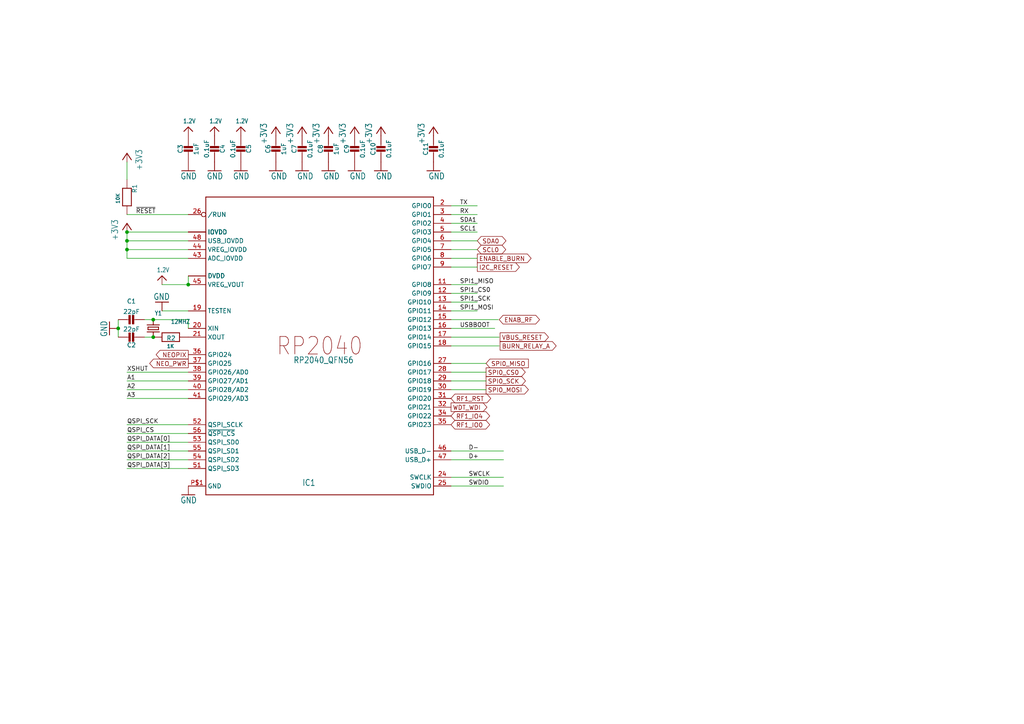
<source format=kicad_sch>
(kicad_sch (version 20230121) (generator eeschema)
  (paper "A4")
  (lib_symbols
    (symbol "Adafruit ItsyBitsy RP2040-eagle-import:+3V3" (power)
      (property "Value" "+3V3" (at -2.54 -5.08 90))
      (symbol "+3V3_1_0"
        (polyline (pts (xy 0 0) (xy -1.27 -1.905)) (stroke (width 0.254)))
        (polyline (pts (xy 1.27 -1.905) (xy 0 0)) (stroke (width 0.254)))
        (pin power_in line (at 0 -2.54 90) (length 2.54) (name "+3V3") (number "1"))
      )
    )
    (symbol "Adafruit ItsyBitsy RP2040-eagle-import:1.2V" (power)
      (property "Value" "1.2V" (at -1.524 1.016 0))
      (symbol "1.2V_1_0"
        (polyline (pts (xy -1.27 -1.27) (xy 0 0)) (stroke (width 0.254)))
        (polyline (pts (xy 0 0) (xy 1.27 -1.27)) (stroke (width 0.254)))
        (pin power_in line (at 0 -2.54 90) (length 2.54) (name "1.2V") (number "1"))
      )
    )
    (symbol "Adafruit ItsyBitsy RP2040-eagle-import:CAP_CERAMIC_0402NO"
      (property "Reference" "C" (at -2.29 1.25 90))
      (property "Value" "CAP_CERAMIC_0402NO" (at 2.3 1.25 90))
      (symbol "CAP_CERAMIC_0402NO_1_0"
        (rectangle (start -1.27 0.508) (end 1.27 1.016) (fill (type outline)))
        (rectangle (start -1.27 1.524) (end 1.27 2.032) (fill (type outline)))
        (polyline (pts (xy 0 0.762) (xy 0 0)) (stroke (width 0.1524)))
        (polyline (pts (xy 0 2.54) (xy 0 1.778)) (stroke (width 0.1524)))
        (pin passive line (at 0 5.08 270) (length 2.54) (name "1") (number "1"))
        (pin passive line (at 0 -2.54 90) (length 2.54) (name "2") (number "2"))
      )
    )
    (symbol "Adafruit ItsyBitsy RP2040-eagle-import:CAP_CERAMIC_0603MP"
      (property "Reference" "C" (at -2.29 1.25 90))
      (property "Value" "CAP_CERAMIC_0603MP" (at 2.3 1.25 90))
      (symbol "CAP_CERAMIC_0603MP_1_0"
        (rectangle (start -1.27 0.508) (end 1.27 1.016) (fill (type outline)))
        (rectangle (start -1.27 1.524) (end 1.27 2.032) (fill (type outline)))
        (polyline (pts (xy 0 0.762) (xy 0 0)) (stroke (width 0.1524)))
        (polyline (pts (xy 0 2.54) (xy 0 1.778)) (stroke (width 0.1524)))
        (pin passive line (at 0 5.08 270) (length 2.54) (name "1") (number "1"))
        (pin passive line (at 0 -2.54 90) (length 2.54) (name "2") (number "2"))
      )
    )
    (symbol "Adafruit ItsyBitsy RP2040-eagle-import:CRYSTAL2.5X2.0"
      (property "Reference" "Y" (at -2.54 2.54 0))
      (property "Value" "CRYSTAL2.5X2.0" (at -2.54 -3.81 0))
      (symbol "CRYSTAL2.5X2.0_1_0"
        (polyline (pts (xy -2.54 0) (xy -1.016 0)) (stroke (width 0.254)))
        (polyline (pts (xy -1.016 0) (xy -1.016 -1.778)) (stroke (width 0.254)))
        (polyline (pts (xy -1.016 1.778) (xy -1.016 0)) (stroke (width 0.254)))
        (polyline (pts (xy -0.381 -1.524) (xy 0.381 -1.524)) (stroke (width 0.254)))
        (polyline (pts (xy -0.381 1.524) (xy -0.381 -1.524)) (stroke (width 0.254)))
        (polyline (pts (xy 0.381 -1.524) (xy 0.381 1.524)) (stroke (width 0.254)))
        (polyline (pts (xy 0.381 1.524) (xy -0.381 1.524)) (stroke (width 0.254)))
        (polyline (pts (xy 1.016 0) (xy 1.016 -1.778)) (stroke (width 0.254)))
        (polyline (pts (xy 1.016 1.778) (xy 1.016 0)) (stroke (width 0.254)))
        (polyline (pts (xy 2.54 0) (xy 1.016 0)) (stroke (width 0.254)))
        (pin passive line (at -2.54 0 0) (length 0) (name "1") (number "1"))
        (pin passive line (at 2.54 0 180) (length 0) (name "2") (number "3"))
      )
    )
    (symbol "Adafruit ItsyBitsy RP2040-eagle-import:GND" (power)
      (property "Value" "GND" (at -2.54 -2.54 0))
      (symbol "GND_1_0"
        (polyline (pts (xy -1.905 0) (xy 1.905 0)) (stroke (width 0.254)))
        (pin power_in line (at 0 2.54 270) (length 2.54) (name "GND") (number "1"))
      )
    )
    (symbol "Adafruit ItsyBitsy RP2040-eagle-import:RESISTOR_0402NO"
      (property "Reference" "R" (at 0 2.54 0))
      (property "Value" "RESISTOR_0402NO" (at 0 0 0))
      (symbol "RESISTOR_0402NO_1_0"
        (polyline (pts (xy -2.54 -1.27) (xy -2.54 1.27)) (stroke (width 0.254)))
        (polyline (pts (xy -2.54 1.27) (xy 2.54 1.27)) (stroke (width 0.254)))
        (polyline (pts (xy 2.54 -1.27) (xy -2.54 -1.27)) (stroke (width 0.254)))
        (polyline (pts (xy 2.54 1.27) (xy 2.54 -1.27)) (stroke (width 0.254)))
        (pin passive line (at -5.08 0 0) (length 2.54) (name "1") (number "1"))
        (pin passive line (at 5.08 0 180) (length 2.54) (name "2") (number "2"))
      )
    )
    (symbol "Adafruit ItsyBitsy RP2040-eagle-import:RP2040_QFN56"
      (property "Reference" "IC" (at -5.08 -40.64 0))
      (property "Value" "RP2040_QFN56" (at -27.94 45.72 0))
      (symbol "RP2040_QFN56_1_0"
        (polyline (pts (xy -33.02 -43.18) (xy -33.02 43.18)) (stroke (width 0.254)))
        (polyline (pts (xy -33.02 43.18) (xy 33.02 43.18)) (stroke (width 0.254)))
        (polyline (pts (xy 33.02 -43.18) (xy -33.02 -43.18)) (stroke (width 0.254)))
        (polyline (pts (xy 33.02 43.18) (xy 33.02 -43.18)) (stroke (width 0.254)))
        (text "RP2040" (at 0 0 0) (effects (font (size 5.08 4.318))))
        (pin power_in line (at -38.1 33.02 0) (length 5.08) (name "IOVDD") (number "1"))
        (pin power_in line (at -38.1 33.02 0) (length 5.08) (name "IOVDD") (number "10"))
        (pin bidirectional line (at 38.1 17.78 180) (length 5.08) (name "GPIO8") (number "11"))
        (pin bidirectional line (at 38.1 15.24 180) (length 5.08) (name "GPIO9") (number "12"))
        (pin bidirectional line (at 38.1 12.7 180) (length 5.08) (name "GPIO10") (number "13"))
        (pin bidirectional line (at 38.1 10.16 180) (length 5.08) (name "GPIO11") (number "14"))
        (pin bidirectional line (at 38.1 7.62 180) (length 5.08) (name "GPIO12") (number "15"))
        (pin bidirectional line (at 38.1 5.08 180) (length 5.08) (name "GPIO13") (number "16"))
        (pin bidirectional line (at 38.1 2.54 180) (length 5.08) (name "GPIO14") (number "17"))
        (pin bidirectional line (at 38.1 0 180) (length 5.08) (name "GPIO15") (number "18"))
        (pin input line (at -38.1 10.16 0) (length 5.08) (name "TESTEN") (number "19"))
        (pin bidirectional line (at 38.1 40.64 180) (length 5.08) (name "GPIO0") (number "2"))
        (pin input line (at -38.1 5.08 0) (length 5.08) (name "XIN") (number "20"))
        (pin output line (at -38.1 2.54 0) (length 5.08) (name "XOUT") (number "21"))
        (pin power_in line (at -38.1 33.02 0) (length 5.08) (name "IOVDD") (number "22"))
        (pin power_in line (at -38.1 20.32 0) (length 5.08) (name "DVDD") (number "23"))
        (pin bidirectional line (at 38.1 -38.1 180) (length 5.08) (name "SWCLK") (number "24"))
        (pin bidirectional line (at 38.1 -40.64 180) (length 5.08) (name "SWDIO") (number "25"))
        (pin bidirectional inverted (at -38.1 38.1 0) (length 5.08) (name "/RUN") (number "26"))
        (pin bidirectional line (at 38.1 -5.08 180) (length 5.08) (name "GPIO16") (number "27"))
        (pin bidirectional line (at 38.1 -7.62 180) (length 5.08) (name "GPIO17") (number "28"))
        (pin bidirectional line (at 38.1 -10.16 180) (length 5.08) (name "GPIO18") (number "29"))
        (pin bidirectional line (at 38.1 38.1 180) (length 5.08) (name "GPIO1") (number "3"))
        (pin bidirectional line (at 38.1 -12.7 180) (length 5.08) (name "GPIO19") (number "30"))
        (pin bidirectional line (at 38.1 -15.24 180) (length 5.08) (name "GPIO20") (number "31"))
        (pin bidirectional line (at 38.1 -17.78 180) (length 5.08) (name "GPIO21") (number "32"))
        (pin power_in line (at -38.1 33.02 0) (length 5.08) (name "IOVDD") (number "33"))
        (pin bidirectional line (at 38.1 -20.32 180) (length 5.08) (name "GPIO22") (number "34"))
        (pin bidirectional line (at 38.1 -22.86 180) (length 5.08) (name "GPIO23") (number "35"))
        (pin bidirectional line (at -38.1 -2.54 0) (length 5.08) (name "GPIO24") (number "36"))
        (pin bidirectional line (at -38.1 -5.08 0) (length 5.08) (name "GPIO25") (number "37"))
        (pin bidirectional line (at -38.1 -7.62 0) (length 5.08) (name "GPIO26/AD0") (number "38"))
        (pin bidirectional line (at -38.1 -10.16 0) (length 5.08) (name "GPIO27/AD1") (number "39"))
        (pin bidirectional line (at 38.1 35.56 180) (length 5.08) (name "GPIO2") (number "4"))
        (pin bidirectional line (at -38.1 -12.7 0) (length 5.08) (name "GPIO28/AD2") (number "40"))
        (pin bidirectional line (at -38.1 -15.24 0) (length 5.08) (name "GPIO29/AD3") (number "41"))
        (pin power_in line (at -38.1 33.02 0) (length 5.08) (name "IOVDD") (number "42"))
        (pin power_in line (at -38.1 25.4 0) (length 5.08) (name "ADC_IOVDD") (number "43"))
        (pin power_in line (at -38.1 27.94 0) (length 5.08) (name "VREG_IOVDD") (number "44"))
        (pin power_in line (at -38.1 17.78 0) (length 5.08) (name "VREG_VOUT") (number "45"))
        (pin bidirectional line (at 38.1 -30.48 180) (length 5.08) (name "USB_D-") (number "46"))
        (pin bidirectional line (at 38.1 -33.02 180) (length 5.08) (name "USB_D+") (number "47"))
        (pin power_in line (at -38.1 30.48 0) (length 5.08) (name "USB_IOVDD") (number "48"))
        (pin power_in line (at -38.1 33.02 0) (length 5.08) (name "IOVDD") (number "49"))
        (pin bidirectional line (at 38.1 33.02 180) (length 5.08) (name "GPIO3") (number "5"))
        (pin power_in line (at -38.1 20.32 0) (length 5.08) (name "DVDD") (number "50"))
        (pin bidirectional line (at -38.1 -35.56 0) (length 5.08) (name "QSPI_SD3") (number "51"))
        (pin bidirectional line (at -38.1 -22.86 0) (length 5.08) (name "QSPI_SCLK") (number "52"))
        (pin bidirectional line (at -38.1 -27.94 0) (length 5.08) (name "QSPI_SD0") (number "53"))
        (pin bidirectional line (at -38.1 -33.02 0) (length 5.08) (name "QSPI_SD2") (number "54"))
        (pin bidirectional line (at -38.1 -30.48 0) (length 5.08) (name "QSPI_SD1") (number "55"))
        (pin bidirectional line (at -38.1 -25.4 0) (length 5.08) (name "~{QSPI_CS}") (number "56"))
        (pin bidirectional line (at 38.1 30.48 180) (length 5.08) (name "GPIO4") (number "6"))
        (pin bidirectional line (at 38.1 27.94 180) (length 5.08) (name "GPIO5") (number "7"))
        (pin bidirectional line (at 38.1 25.4 180) (length 5.08) (name "GPIO6") (number "8"))
        (pin bidirectional line (at 38.1 22.86 180) (length 5.08) (name "GPIO7") (number "9"))
        (pin power_in line (at -38.1 -40.64 0) (length 5.08) (name "GND") (number "P$1"))
      )
    )
  )
  (junction (at 44.45 92.71))
  (junction (at 34.29 95.25))
  (junction (at 44.45 97.79))
  (junction (at 54.61 82.55))
  (junction (at 36.83 72.39))
  (junction (at 36.83 67.31))
  (junction (at 36.83 69.85))
  (wire (pts (xy 130.81 133.35) (xy 146.05 133.35)))
  (wire (pts (xy 146.05 138.43) (xy 130.81 138.43)))
  (wire (pts (xy 54.61 107.95) (xy 36.83 107.95)))
  (wire (pts (xy 54.61 92.71) (xy 54.61 95.25)))
  (wire (pts (xy 130.81 72.39) (xy 138.43 72.39)))
  (wire (pts (xy 130.81 100.33) (xy 144.78 100.33)))
  (wire (pts (xy 34.29 97.79) (xy 34.29 95.25)))
  (wire (pts (xy 130.81 140.97) (xy 146.05 140.97)))
  (wire (pts (xy 130.81 97.79) (xy 144.78 97.79)))
  (wire (pts (xy 130.81 77.47) (xy 138.43 77.47)))
  (wire (pts (xy 130.81 82.55) (xy 138.43 82.55)))
  (wire (pts (xy 130.81 85.09) (xy 138.43 85.09)))
  (wire (pts (xy 36.83 69.85) (xy 36.83 67.31)))
  (wire (pts (xy 36.83 130.81) (xy 54.61 130.81)))
  (wire (pts (xy 130.81 110.49) (xy 140.97 110.49)))
  (wire (pts (xy 130.81 90.17) (xy 138.43 90.17)))
  (wire (pts (xy 130.81 69.85) (xy 138.43 69.85)))
  (wire (pts (xy 54.61 67.31) (xy 36.83 67.31)))
  (wire (pts (xy 54.61 90.17) (xy 46.99 90.17)))
  (wire (pts (xy 144.526 92.71) (xy 130.81 92.71)))
  (wire (pts (xy 138.43 62.23) (xy 130.81 62.23)))
  (wire (pts (xy 36.83 133.35) (xy 54.61 133.35)))
  (wire (pts (xy 130.81 95.25) (xy 143.51 95.25)))
  (wire (pts (xy 36.83 72.39) (xy 36.83 69.85)))
  (wire (pts (xy 54.61 72.39) (xy 36.83 72.39)))
  (wire (pts (xy 130.81 67.31) (xy 138.43 67.31)))
  (wire (pts (xy 54.61 125.73) (xy 36.83 125.73)))
  (wire (pts (xy 54.61 113.03) (xy 36.83 113.03)))
  (wire (pts (xy 130.81 87.63) (xy 138.43 87.63)))
  (wire (pts (xy 130.81 113.03) (xy 140.97 113.03)))
  (wire (pts (xy 130.81 105.41) (xy 140.97 105.41)))
  (wire (pts (xy 44.45 92.71) (xy 54.61 92.71)))
  (wire (pts (xy 130.81 59.69) (xy 138.43 59.69)))
  (wire (pts (xy 46.99 82.55) (xy 54.61 82.55)))
  (wire (pts (xy 130.81 107.95) (xy 140.97 107.95)))
  (wire (pts (xy 130.81 130.81) (xy 146.05 130.81)))
  (wire (pts (xy 54.61 123.19) (xy 36.83 123.19)))
  (wire (pts (xy 36.83 46.99) (xy 36.83 52.07)))
  (wire (pts (xy 130.81 74.93) (xy 138.43 74.93)))
  (wire (pts (xy 54.61 69.85) (xy 36.83 69.85)))
  (wire (pts (xy 130.81 64.77) (xy 138.43 64.77)))
  (wire (pts (xy 54.61 62.23) (xy 36.83 62.23)))
  (wire (pts (xy 41.91 97.79) (xy 44.45 97.79)))
  (wire (pts (xy 34.29 95.25) (xy 34.29 92.71)))
  (wire (pts (xy 36.83 110.49) (xy 54.61 110.49)))
  (wire (pts (xy 44.45 92.71) (xy 41.91 92.71)))
  (wire (pts (xy 36.83 128.27) (xy 54.61 128.27)))
  (wire (pts (xy 36.83 135.89) (xy 54.61 135.89)))
  (wire (pts (xy 54.61 80.01) (xy 54.61 82.55)))
  (wire (pts (xy 36.83 115.57) (xy 54.61 115.57)))
  (wire (pts (xy 54.61 74.93) (xy 36.83 74.93)))
  (wire (pts (xy 36.83 74.93) (xy 36.83 72.39)))
  (label "A3" (at 36.83 115.57 0) (effects (font (size 1.2446 1.2446))))
  (label "USBBOOT" (at 133.35 95.25 0) (effects (font (size 1.2446 1.2446))))
  (label "QSPI_SCK" (at 36.83 123.19 0) (effects (font (size 1.2446 1.2446))))
  (label "SWDIO" (at 135.89 140.97 0) (effects (font (size 1.2446 1.2446))))
  (label "A1" (at 36.83 110.49 0) (effects (font (size 1.2446 1.2446))))
  (label "A2" (at 36.83 113.03 0) (effects (font (size 1.2446 1.2446))))
  (label "D-" (at 135.89 130.81 0) (effects (font (size 1.2446 1.2446))))
  (label "QSPI_DATA[2]" (at 36.83 133.35 0) (effects (font (size 1.2446 1.2446))))
  (label "SWCLK" (at 135.89 138.43 0) (effects (font (size 1.2446 1.2446))))
  (label "QSPI_CS" (at 36.83 125.73 0) (effects (font (size 1.2446 1.2446))))
  (label "QSPI_DATA[1]" (at 36.83 130.81 0) (effects (font (size 1.2446 1.2446))))
  (label "SPI1_CS0" (at 133.35 85.09 0) (effects (font (size 1.2446 1.2446))))
  (label "SCL1" (at 133.35 67.31 0) (effects (font (size 1.2446 1.2446))))
  (label "D+" (at 135.89 133.35 0) (effects (font (size 1.2446 1.2446))))
  (label "SPI1_MOSI" (at 133.35 90.17 0) (effects (font (size 1.2446 1.2446))))
  (label "TX" (at 133.35 59.69 0) (effects (font (size 1.2446 1.2446))))
  (label "SDA1" (at 133.35 64.77 0) (effects (font (size 1.2446 1.2446))))
  (label "SPI1_SCK" (at 133.35 87.63 0) (effects (font (size 1.2446 1.2446))))
  (label "QSPI_DATA[0]" (at 36.83 128.27 0) (effects (font (size 1.2446 1.2446))))
  (label "QSPI_DATA[3]" (at 36.83 135.89 0) (effects (font (size 1.2446 1.2446))))
  (label "RX" (at 133.35 62.23 0) (effects (font (size 1.2446 1.2446))))
  (label "SPI1_MISO" (at 133.35 82.55 0) (effects (font (size 1.2446 1.2446))))
  (label "XSHUT" (at 36.83 107.95 0) (effects (font (size 1.2446 1.2446))))
  (label "~{RESET}" (at 39.37 62.23 0) (effects (font (size 1.2446 1.2446))))
  (global_label "ENABLE_BURN" (shape output) (at 138.43 74.93 0) (property "Intersheetrefs" "${INTERSHEET_REFS}" (effects hide)))
  (global_label "RF1_RST" (shape bidirectional) (at 130.81 115.57 0) (property "Intersheetrefs" "${INTERSHEET_REFS}" (effects hide)))
  (global_label "NEO_PWR" (shape output) (at 54.61 105.41 180) (property "Intersheetrefs" "${INTERSHEET_REFS}" (effects hide)))
  (global_label "SPI0_MISO" (shape input) (at 140.97 105.41 0) (property "Intersheetrefs" "${INTERSHEET_REFS}" (effects hide)))
  (global_label "SDA0" (shape bidirectional) (at 138.43 69.85 0) (property "Intersheetrefs" "${INTERSHEET_REFS}" (effects hide)))
  (global_label "I2C_RESET" (shape output) (at 138.43 77.47 0) (property "Intersheetrefs" "${INTERSHEET_REFS}" (effects hide)))
  (global_label "SPI0_MOSI" (shape output) (at 140.97 113.03 0) (property "Intersheetrefs" "${INTERSHEET_REFS}" (effects hide)))
  (global_label "BURN_RELAY_A" (shape output) (at 145.034 100.33 0) (property "Intersheetrefs" "${INTERSHEET_REFS}" (effects hide)))
  (global_label "RF1_IO4" (shape bidirectional) (at 130.81 120.65 0) (property "Intersheetrefs" "${INTERSHEET_REFS}" (effects hide)))
  (global_label "NEOPIX" (shape output) (at 54.61 102.87 180) (property "Intersheetrefs" "${INTERSHEET_REFS}" (effects hide)))
  (global_label "ENAB_RF" (shape bidirectional) (at 144.78 92.71 0) (property "Intersheetrefs" "${INTERSHEET_REFS}" (effects hide)))
  (global_label "WDT_WDI" (shape output) (at 130.81 118.11 0) (property "Intersheetrefs" "${INTERSHEET_REFS}" (effects hide)))
  (global_label "SPI0_SCK" (shape output) (at 140.97 110.49 0) (property "Intersheetrefs" "${INTERSHEET_REFS}" (effects hide)))
  (global_label "VBUS_RESET" (shape output) (at 145.034 97.79 0) (property "Intersheetrefs" "${INTERSHEET_REFS}" (effects hide)))
  (global_label "SCL0" (shape bidirectional) (at 138.43 72.39 0) (property "Intersheetrefs" "${INTERSHEET_REFS}" (effects hide)))
  (global_label "RF1_IO0" (shape bidirectional) (at 130.81 123.19 0) (property "Intersheetrefs" "${INTERSHEET_REFS}" (effects hide)))
  (global_label "SPI0_CS0" (shape output) (at 140.97 107.95 0) (property "Intersheetrefs" "${INTERSHEET_REFS}" (effects hide)))
  (symbol (lib_id "Adafruit ItsyBitsy RP2040-eagle-import:GND") (at 102.87 49.53 0) (unit 1)
    (property "Reference" "#U$08" (effects hide))
    (property "Value" "GND" (at 101.346 52.07 0) (effects (font (size 1.778 1.5113)) (justify left bottom)))
    (property "Footprint" "Adafruit ItsyBitsy RP2040:" (effects hide))
  )
  (symbol (lib_id "Adafruit ItsyBitsy RP2040-eagle-import:1.2V") (at 54.61 36.83 0) (unit 1)
    (property "Reference" "#U$02" (effects hide))
    (property "Value" "1.2V" (at 53.086 35.814 0) (effects (font (size 1.27 1.0795)) (justify left bottom)))
    (property "Footprint" "Adafruit ItsyBitsy RP2040:" (effects hide))
  )
  (symbol (lib_id "Adafruit ItsyBitsy RP2040-eagle-import:GND") (at 80.01 49.53 0) (unit 1)
    (property "Reference" "#U$05" (effects hide))
    (property "Value" "GND" (at 78.486 52.07 0) (effects (font (size 1.778 1.5113)) (justify left bottom)))
    (property "Footprint" "Adafruit ItsyBitsy RP2040:" (effects hide))
  )
  (symbol (lib_id "Adafruit ItsyBitsy RP2040-eagle-import:CAP_CERAMIC_0402NO") (at 125.73 44.45 0) (unit 1)
    (property "Reference" "C11" (at 123.44 43.2 90))
    (property "Value" "0.1uF" (at 128.03 43.2 90))
    (property "Footprint" "Capacitor_SMD:C_0402_1005Metric" (effects hide))
  )
  (symbol (lib_id "Adafruit ItsyBitsy RP2040-eagle-import:+3V3") (at 36.83 64.77 0) (unit 1)
    (property "Reference" "#+3V02" (effects hide))
    (property "Value" "+3V3" (at 34.29 69.85 90) (effects (font (size 1.778 1.5113)) (justify left bottom)))
    (property "Footprint" "Adafruit ItsyBitsy RP2040:" (effects hide))
  )
  (symbol (lib_id "Adafruit ItsyBitsy RP2040-eagle-import:+3V3") (at 95.25 36.83 0) (unit 1)
    (property "Reference" "#+3V05" (effects hide))
    (property "Value" "+3V3" (at 92.71 41.91 90) (effects (font (size 1.778 1.5113)) (justify left bottom)))
    (property "Footprint" "Adafruit ItsyBitsy RP2040:" (effects hide))
  )
  (symbol (lib_id "Adafruit ItsyBitsy RP2040-eagle-import:CAP_CERAMIC_0402NO") (at 39.37 92.71 90) (unit 1)
    (property "Reference" "C1" (at 38.12 87.38 90))
    (property "Value" "22pF" (at 38.12 90.41 90))
    (property "Footprint" "Capacitor_SMD:C_0402_1005Metric" (effects hide))
  )
  (symbol (lib_id "Adafruit ItsyBitsy RP2040-eagle-import:CAP_CERAMIC_0603MP") (at 95.25 44.45 0) (unit 1)
    (property "Reference" "C8" (at 92.96 43.2 90))
    (property "Value" "1uF" (at 97.55 43.2 90))
    (property "Footprint" "Capacitor_SMD:C_0603_1608Metric" (effects hide))
  )
  (symbol (lib_id "Adafruit ItsyBitsy RP2040-eagle-import:GND") (at 46.99 87.63 0) (mirror x) (unit 1)
    (property "Reference" "#GND02" (effects hide))
    (property "Value" "GND" (at 44.45 85.09 0) (effects (font (size 1.778 1.5113)) (justify left bottom)))
    (property "Footprint" "Adafruit ItsyBitsy RP2040:" (effects hide))
  )
  (symbol (lib_id "Adafruit ItsyBitsy RP2040-eagle-import:CAP_CERAMIC_0402NO") (at 39.37 97.79 90) (unit 1)
    (property "Reference" "C2" (at 38.12 100.08 90))
    (property "Value" "22pF" (at 38.12 95.49 90))
    (property "Footprint" "Capacitor_SMD:C_0402_1005Metric" (effects hide))
  )
  (symbol (lib_id "Adafruit ItsyBitsy RP2040-eagle-import:GND") (at 54.61 143.51 0) (mirror y) (unit 1)
    (property "Reference" "#GND04" (effects hide))
    (property "Value" "GND" (at 57.15 146.05 0) (effects (font (size 1.778 1.5113)) (justify left bottom)))
    (property "Footprint" "Adafruit ItsyBitsy RP2040:" (effects hide))
  )
  (symbol (lib_id "Adafruit ItsyBitsy RP2040-eagle-import:+3V3") (at 36.83 44.45 0) (mirror y) (unit 1)
    (property "Reference" "#+3V01" (effects hide))
    (property "Value" "+3V3" (at 39.37 49.53 90) (effects (font (size 1.778 1.5113)) (justify left bottom)))
    (property "Footprint" "Adafruit ItsyBitsy RP2040:" (effects hide))
  )
  (symbol (lib_id "Adafruit ItsyBitsy RP2040-eagle-import:GND") (at 69.85 49.53 0) (mirror y) (unit 1)
    (property "Reference" "#GND06" (effects hide))
    (property "Value" "GND" (at 72.39 52.07 0) (effects (font (size 1.778 1.5113)) (justify left bottom)))
    (property "Footprint" "Adafruit ItsyBitsy RP2040:" (effects hide))
  )
  (symbol (lib_id "Adafruit ItsyBitsy RP2040-eagle-import:RESISTOR_0402NO") (at 49.53 97.79 0) (unit 1)
    (property "Reference" "R2" (at 48.26 98.8314 0) (effects (justify left bottom)))
    (property "Value" "1K" (at 48.26 101.092 0) (effects (font (size 1.016 1.016) bold) (justify left bottom)))
    (property "Footprint" "Resistor_SMD:R_0402_1005Metric" (effects hide))
  )
  (symbol (lib_id "Adafruit ItsyBitsy RP2040-eagle-import:CAP_CERAMIC_0603MP") (at 54.61 44.45 0) (unit 1)
    (property "Reference" "C3" (at 52.32 43.2 90))
    (property "Value" "1uF" (at 56.91 43.2 90))
    (property "Footprint" "Capacitor_SMD:C_0603_1608Metric" (effects hide))
  )
  (symbol (lib_id "Adafruit ItsyBitsy RP2040-eagle-import:GND") (at 125.73 49.53 0) (unit 1)
    (property "Reference" "#U$010" (effects hide))
    (property "Value" "GND" (at 124.206 52.07 0) (effects (font (size 1.778 1.5113)) (justify left bottom)))
    (property "Footprint" "Adafruit ItsyBitsy RP2040:" (effects hide))
  )
  (symbol (lib_id "Adafruit ItsyBitsy RP2040-eagle-import:1.2V") (at 46.99 80.01 0) (unit 1)
    (property "Reference" "#U$01" (effects hide))
    (property "Value" "1.2V" (at 45.466 78.994 0) (effects (font (size 1.27 1.0795)) (justify left bottom)))
    (property "Footprint" "Adafruit ItsyBitsy RP2040:" (effects hide))
  )
  (symbol (lib_id "Adafruit ItsyBitsy RP2040-eagle-import:CAP_CERAMIC_0402NO") (at 102.87 44.45 0) (unit 1)
    (property "Reference" "C9" (at 100.58 43.2 90))
    (property "Value" "0.1uF" (at 105.17 43.2 90))
    (property "Footprint" "Capacitor_SMD:C_0402_1005Metric" (effects hide))
  )
  (symbol (lib_id "Adafruit ItsyBitsy RP2040-eagle-import:CAP_CERAMIC_0402NO") (at 69.85 41.91 180) (unit 1)
    (property "Reference" "C5" (at 72.14 43.16 90))
    (property "Value" "0.1uF" (at 67.55 43.16 90))
    (property "Footprint" "Capacitor_SMD:C_0402_1005Metric" (effects hide))
  )
  (symbol (lib_id "Adafruit ItsyBitsy RP2040-eagle-import:+3V3") (at 110.49 36.83 0) (unit 1)
    (property "Reference" "#+3V07" (effects hide))
    (property "Value" "+3V3" (at 107.95 41.91 90) (effects (font (size 1.778 1.5113)) (justify left bottom)))
    (property "Footprint" "Adafruit ItsyBitsy RP2040:" (effects hide))
  )
  (symbol (lib_id "Adafruit ItsyBitsy RP2040-eagle-import:GND") (at 31.75 95.25 270) (mirror x) (unit 1)
    (property "Reference" "#GND01" (effects hide))
    (property "Value" "GND" (at 29.21 97.79 0) (effects (font (size 1.778 1.5113)) (justify left bottom)))
    (property "Footprint" "Adafruit ItsyBitsy RP2040:" (effects hide))
  )
  (symbol (lib_id "Adafruit ItsyBitsy RP2040-eagle-import:+3V3") (at 80.01 36.83 0) (unit 1)
    (property "Reference" "#+3V03" (effects hide))
    (property "Value" "+3V3" (at 77.47 41.91 90) (effects (font (size 1.778 1.5113)) (justify left bottom)))
    (property "Footprint" "Adafruit ItsyBitsy RP2040:" (effects hide))
  )
  (symbol (lib_id "Adafruit ItsyBitsy RP2040-eagle-import:GND") (at 62.23 49.53 0) (mirror y) (unit 1)
    (property "Reference" "#GND05" (effects hide))
    (property "Value" "GND" (at 64.77 52.07 0) (effects (font (size 1.778 1.5113)) (justify left bottom)))
    (property "Footprint" "Adafruit ItsyBitsy RP2040:" (effects hide))
  )
  (symbol (lib_id "Adafruit ItsyBitsy RP2040-eagle-import:RP2040_QFN56") (at 92.71 100.33 0) (unit 1)
    (property "Reference" "IC1" (at 87.63 140.97 0) (effects (font (size 1.778 1.5113)) (justify left bottom)))
    (property "Value" "RP2040_QFN56" (at 85.09 105.41 0) (effects (font (size 1.778 1.5113)) (justify left bottom)))
    (property "Footprint" "RO2040_Feather:QFN56_7MM_REDUCEDEPAD" (effects hide))
  )
  (symbol (lib_id "Adafruit ItsyBitsy RP2040-eagle-import:CAP_CERAMIC_0402NO") (at 110.49 44.45 0) (unit 1)
    (property "Reference" "C10" (at 108.2 43.2 90))
    (property "Value" "0.1uF" (at 112.79 43.2 90))
    (property "Footprint" "Capacitor_SMD:C_0402_1005Metric" (effects hide))
  )
  (symbol (lib_id "Adafruit ItsyBitsy RP2040-eagle-import:+3V3") (at 87.63 36.83 0) (unit 1)
    (property "Reference" "#+3V04" (effects hide))
    (property "Value" "+3V3" (at 85.09 41.91 90) (effects (font (size 1.778 1.5113)) (justify left bottom)))
    (property "Footprint" "Adafruit ItsyBitsy RP2040:" (effects hide))
  )
  (symbol (lib_id "Adafruit ItsyBitsy RP2040-eagle-import:CAP_CERAMIC_0603MP") (at 80.01 44.45 0) (unit 1)
    (property "Reference" "C6" (at 77.72 43.2 90))
    (property "Value" "1uF" (at 82.31 43.2 90))
    (property "Footprint" "Capacitor_SMD:C_0603_1608Metric" (effects hide))
  )
  (symbol (lib_id "Adafruit ItsyBitsy RP2040-eagle-import:GND") (at 110.49 49.53 0) (unit 1)
    (property "Reference" "#U$09" (effects hide))
    (property "Value" "GND" (at 108.966 52.07 0) (effects (font (size 1.778 1.5113)) (justify left bottom)))
    (property "Footprint" "Adafruit ItsyBitsy RP2040:" (effects hide))
  )
  (symbol (lib_id "Adafruit ItsyBitsy RP2040-eagle-import:+3V3") (at 102.87 36.83 0) (unit 1)
    (property "Reference" "#+3V06" (effects hide))
    (property "Value" "+3V3" (at 100.33 41.91 90) (effects (font (size 1.778 1.5113)) (justify left bottom)))
    (property "Footprint" "Adafruit ItsyBitsy RP2040:" (effects hide))
  )
  (symbol (lib_id "Adafruit ItsyBitsy RP2040-eagle-import:RESISTOR_0402NO") (at 36.83 57.15 270) (unit 1)
    (property "Reference" "R1" (at 38.3286 53.34 0) (effects (justify left bottom)))
    (property "Value" "10K" (at 33.528 55.88 0) (effects (font (size 1.016 1.016) bold) (justify left bottom)))
    (property "Footprint" "Resistor_SMD:R_0402_1005Metric" (effects hide))
  )
  (symbol (lib_id "Adafruit ItsyBitsy RP2040-eagle-import:CRYSTAL2.5X2.0") (at 44.45 95.25 90) (unit 1)
    (property "Reference" "Y1" (at 46.99 90.17 90) (effects (font (size 1.27 1.0795)) (justify left bottom)))
    (property "Value" "12MHZ" (at 49.53 93.98 90) (effects (font (size 1.27 1.0795)) (justify right top)))
    (property "Footprint" "Adafruit ItsyBitsy RP2040:CRYSTAL_2.5X2" (effects hide))
  )
  (symbol (lib_id "Adafruit ItsyBitsy RP2040-eagle-import:+3V3") (at 125.73 36.83 0) (unit 1)
    (property "Reference" "#+3V08" (effects hide))
    (property "Value" "+3V3" (at 123.19 41.91 90) (effects (font (size 1.778 1.5113)) (justify left bottom)))
    (property "Footprint" "Adafruit ItsyBitsy RP2040:" (effects hide))
  )
  (symbol (lib_id "Adafruit ItsyBitsy RP2040-eagle-import:1.2V") (at 69.85 36.83 0) (unit 1)
    (property "Reference" "#U$04" (effects hide))
    (property "Value" "1.2V" (at 68.326 35.814 0) (effects (font (size 1.27 1.0795)) (justify left bottom)))
    (property "Footprint" "Adafruit ItsyBitsy RP2040:" (effects hide))
  )
  (symbol (lib_id "Adafruit ItsyBitsy RP2040-eagle-import:GND") (at 95.25 49.53 0) (unit 1)
    (property "Reference" "#U$07" (effects hide))
    (property "Value" "GND" (at 93.726 52.07 0) (effects (font (size 1.778 1.5113)) (justify left bottom)))
    (property "Footprint" "Adafruit ItsyBitsy RP2040:" (effects hide))
  )
  (symbol (lib_id "Adafruit ItsyBitsy RP2040-eagle-import:1.2V") (at 62.23 36.83 0) (unit 1)
    (property "Reference" "#U$03" (effects hide))
    (property "Value" "1.2V" (at 60.706 35.814 0) (effects (font (size 1.27 1.0795)) (justify left bottom)))
    (property "Footprint" "Adafruit ItsyBitsy RP2040:" (effects hide))
  )
  (symbol (lib_id "Adafruit ItsyBitsy RP2040-eagle-import:CAP_CERAMIC_0402NO") (at 87.63 44.45 0) (unit 1)
    (property "Reference" "C7" (at 85.34 43.2 90))
    (property "Value" "0.1uF" (at 89.93 43.2 90))
    (property "Footprint" "Capacitor_SMD:C_0402_1005Metric" (effects hide))
  )
  (symbol (lib_id "Adafruit ItsyBitsy RP2040-eagle-import:GND") (at 87.63 49.53 0) (unit 1)
    (property "Reference" "#U$06" (effects hide))
    (property "Value" "GND" (at 86.106 52.07 0) (effects (font (size 1.778 1.5113)) (justify left bottom)))
    (property "Footprint" "Adafruit ItsyBitsy RP2040:" (effects hide))
  )
  (symbol (lib_id "Adafruit ItsyBitsy RP2040-eagle-import:GND") (at 54.61 49.53 0) (mirror y) (unit 1)
    (property "Reference" "#GND03" (effects hide))
    (property "Value" "GND" (at 57.15 52.07 0) (effects (font (size 1.778 1.5113)) (justify left bottom)))
    (property "Footprint" "Adafruit ItsyBitsy RP2040:" (effects hide))
  )
  (symbol (lib_id "Adafruit ItsyBitsy RP2040-eagle-import:CAP_CERAMIC_0402NO") (at 62.23 41.91 180) (unit 1)
    (property "Reference" "C4" (at 64.52 43.16 90))
    (property "Value" "0.1uF" (at 59.93 43.16 90))
    (property "Footprint" "Capacitor_SMD:C_0402_1005Metric" (effects hide))
  )
)
</source>
